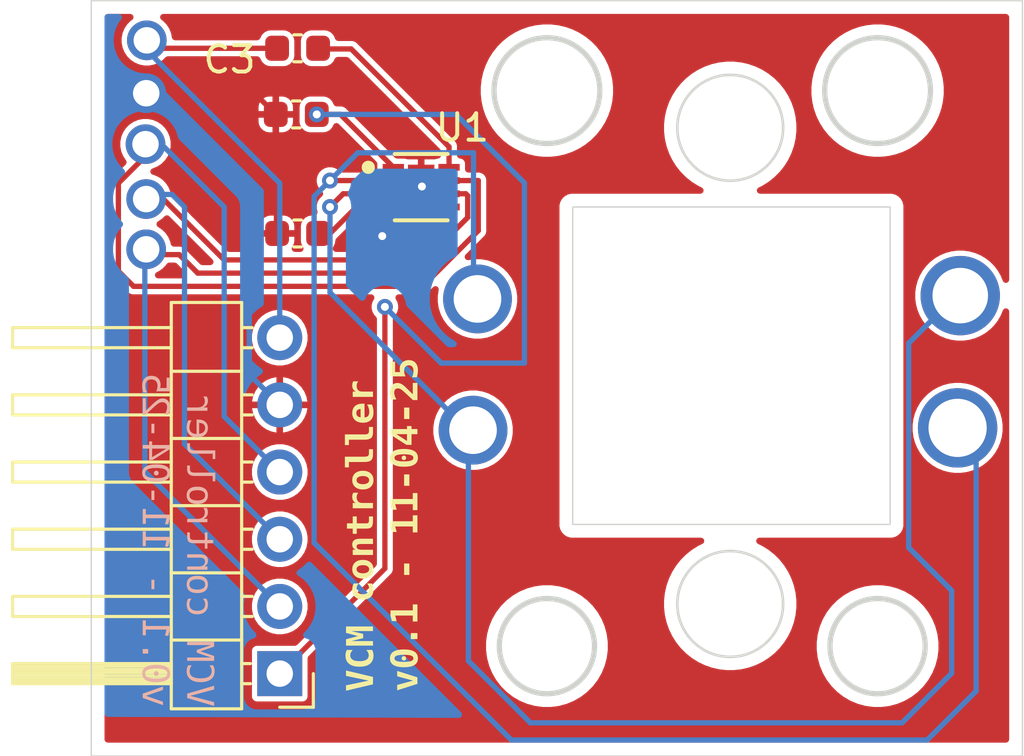
<source format=kicad_pcb>
(kicad_pcb (version 20241229) (generator "pcbnew") (generator_version "9.0")
  (layers (0 "F.Cu" signal) (2 "B.Cu" signal) (13 "F.Paste" user) (15 "B.Paste" user) (5 "F.SilkS" user "F.Silkscreen") (7 "B.SilkS" user "B.Silkscreen") (1 "F.Mask" user) (3 "B.Mask" user) (25 "Edge.Cuts" user))
  (net 0 "")
  (net 1 "Net-(U1-VM)")
  (net 2 "Net-(U1-VCC)")
  (net 3 "VCM -")
  (net 4 "+3.3V")
  (net 5 "Net-(U1-GND)")
  (net 6 "VCM +")
  (net 7 "PWM_EN")
  (net 8 "SLEEP")
  (net 9 "PWM_PH")
  (net 10 "GNDREF")
  (footprint "Capacitor_SMD:C_0603_1608Metric" (layer "F.Cu") (at 137.275 111.5 180)
    (property "Reference" "C4" (hide yes))
    (property "Value" "0.1 uF" (hide yes))
    (fp_line (start -0.14058 0.51) (end 0.14058 0.51) (stroke (width 0.12)) (layer "F.SilkS"))
    (fp_line (start -0.14058 -0.51) (end 0.14058 -0.51) (stroke (width 0.12)) (layer "F.SilkS"))
    (pad "1" smd roundrect (at -0.775 0 180) (size 0.9 0.95) (layers "F.Cu" "F.Mask" "F.Paste") (net 5 "Net-(U1-GND)"))
    (pad "2" smd roundrect (at 0.775 0 180) (size 0.9 0.95) (layers "F.Cu" "F.Mask" "F.Paste") (net 10 "GNDREF"))
  )
  (footprint "Capacitor_SMD:C_0603_1608Metric" (layer "F.Cu") (at 137.275 104.5)
    (property "Reference" "C3" (at -2.575 0.425 0) (layer "F.SilkS"))
    (property "Value" "0.1 uF" (hide yes))
    (fp_line (start -0.14058 -0.51) (end 0.14058 -0.51) (stroke (width 0.12)) (layer "F.SilkS"))
    (fp_line (start -0.14058 0.51) (end 0.14058 0.51) (stroke (width 0.12)) (layer "F.SilkS"))
    (pad "1" smd roundrect (at -0.775 0) (size 0.9 0.95) (layers "F.Cu" "F.Mask" "F.Paste") (net 4 "+3.3V"))
    (pad "2" smd roundrect (at 0.775 0) (size 0.9 0.95) (layers "F.Cu" "F.Mask" "F.Paste") (net 2 "Net-(U1-VCC)"))
  )
  (footprint "drv8210:DRV8210" (layer "F.Cu") (at 141.946967 109.749999)
    (property "Reference" "U1" (at 1.553033 -2.249999 0) (layer "F.SilkS"))
    (property "Value" "DRV8210DSGR")
    (fp_line (start -1.000001 -1.253401) (end 1.000001 -1.253401) (stroke (width 0.15)) (layer "F.SilkS"))
    (fp_line (start -1.000001 1.253401) (end 1.000001 1.253401) (stroke (width 0.15)) (layer "F.SilkS"))
    (fp_circle (center -2.000001 -0.750001) (end -1.875 -0.750001) (stroke (width 0.25)) (fill no) (layer "F.SilkS"))
    (pad "1" smd rect (at -1.053033 -0.749998) (size 0.806066 0.256842) (layers "F.Cu" "F.Mask" "F.Paste") (net 1 "Net-(U1-VM)"))
    (pad "2" smd rect (at -1.053033 -0.25) (size 0.806066 0.256842) (layers "F.Cu" "F.Mask" "F.Paste") (net 3 "VCM -"))
    (pad "3" smd rect (at -1.053033 0.25) (size 0.806066 0.256842) (layers "F.Cu" "F.Mask" "F.Paste") (net 6 "VCM +"))
    (pad "4" smd rect (at -1.053033 0.750001) (size 0.806066 0.256842) (layers "F.Cu" "F.Mask" "F.Paste") (net 5 "Net-(U1-GND)"))
    (pad "5" smd rect (at 1.053033 0.750001) (size 0.806066 0.256842) (layers "F.Cu" "F.Mask" "F.Paste") (net 7 "PWM_EN"))
    (pad "6" smd rect (at 1.053033 0.25) (size 0.806066 0.256842) (layers "F.Cu" "F.Mask" "F.Paste") (net 9 "PWM_PH"))
    (pad "7" smd rect (at 1.053033 -0.25) (size 0.806066 0.256842) (layers "F.Cu" "F.Mask" "F.Paste") (net 8 "SLEEP"))
    (pad "8" smd rect (at 1.053033 -0.749998) (size 0.806066 0.256842) (layers "F.Cu" "F.Mask" "F.Paste") (net 2 "Net-(U1-VCC)"))
    (pad "9" smd rect (at 0 0) (size 1 1.699999) (layers "F.Cu" "F.Mask") (net 10 "GNDREF"))
  )
  (footprint "Capacitor_SMD:C_0603_1608Metric" (layer "F.Cu") (at 137.225 107)
    (property "Reference" "C2" (hide yes))
    (property "Value" "0.1 uF" (hide yes))
    (fp_line (start -0.14058 -0.51) (end 0.14058 -0.51) (stroke (width 0.12)) (layer "F.SilkS"))
    (fp_line (start -0.14058 0.51) (end 0.14058 0.51) (stroke (width 0.12)) (layer "F.SilkS"))
    (pad "1" smd roundrect (at -0.775 0) (size 0.9 0.95) (layers "F.Cu" "F.Mask" "F.Paste") (net 10 "GNDREF"))
    (pad "2" smd roundrect (at 0.775 0) (size 0.9 0.95) (layers "F.Cu" "F.Mask" "F.Paste") (net 1 "Net-(U1-VM)"))
  )
  (footprint "Connector_PinHeader_2.54mm:PinHeader_1x06_P2.54mm_Horizontal" (layer "F.Cu") (at 136.6 128.14 180)
    (property "Reference" ".54mm_Haaks" (hide yes))
    (property "Value" "Header2.54mm_Haaks" (hide yes))
    (fp_line (start 10.1 13.08) (end 4.1 13.08) (stroke (width 0.12)) (layer "F.SilkS"))
    (fp_line (start 10.1 12.32) (end 10.1 13.08) (stroke (width 0.12)) (layer "F.SilkS"))
    (fp_line (start 10.1 10.54) (end 4.1 10.54) (stroke (width 0.12)) (layer "F.SilkS"))
    (fp_line (start 10.1 9.78) (end 10.1 10.54) (stroke (width 0.12)) (layer "F.SilkS"))
    (fp_line (start 10.1 8) (end 4.1 8) (stroke (width 0.12)) (layer "F.SilkS"))
    (fp_line (start 10.1 7.24) (end 10.1 8) (stroke (width 0.12)) (layer "F.SilkS"))
    (fp_line (start 10.1 5.46) (end 4.1 5.46) (stroke (width 0.12)) (layer "F.SilkS"))
    (fp_line (start 10.1 4.7) (end 10.1 5.46) (stroke (width 0.12)) (layer "F.SilkS"))
    (fp_line (start 10.1 2.92) (end 4.1 2.92) (stroke (width 0.12)) (layer "F.SilkS"))
    (fp_line (start 10.1 2.16) (end 10.1 2.92) (stroke (width 0.12)) (layer "F.SilkS"))
    (fp_line (start 10.1 0.38) (end 4.1 0.38) (stroke (width 0.12)) (layer "F.SilkS"))
    (fp_line (start 10.1 -0.38) (end 10.1 0.38) (stroke (width 0.12)) (layer "F.SilkS"))
    (fp_line (start 4.1 14.03) (end 4.1 -1.33) (stroke (width 0.12)) (layer "F.SilkS"))
    (fp_line (start 4.1 12.32) (end 10.1 12.32) (stroke (width 0.12)) (layer "F.SilkS"))
    (fp_line (start 4.1 9.78) (end 10.1 9.78) (stroke (width 0.12)) (layer "F.SilkS"))
    (fp_line (start 4.1 7.24) (end 10.1 7.24) (stroke (width 0.12)) (layer "F.SilkS"))
    (fp_line (start 4.1 4.7) (end 10.1 4.7) (stroke (width 0.12)) (layer "F.SilkS"))
    (fp_line (start 4.1 2.16) (end 10.1 2.16) (stroke (width 0.12)) (layer "F.SilkS"))
    (fp_line (start 4.1 0.28) (end 10.1 0.28) (stroke (width 0.12)) (layer "F.SilkS"))
    (fp_line (start 4.1 0.16) (end 10.1 0.16) (stroke (width 0.12)) (layer "F.SilkS"))
    (fp_line (start 4.1 0.04) (end 10.1 0.04) (stroke (width 0.12)) (layer "F.SilkS"))
    (fp_line (start 4.1 -0.08) (end 10.1 -0.08) (stroke (width 0.12)) (layer "F.SilkS"))
    (fp_line (start 4.1 -0.2) (end 10.1 -0.2) (stroke (width 0.12)) (layer "F.SilkS"))
    (fp_line (start 4.1 -0.32) (end 10.1 -0.32) (stroke (width 0.12)) (layer "F.SilkS"))
    (fp_line (start 4.1 -0.38) (end 10.1 -0.38) (stroke (width 0.12)) (layer "F.SilkS"))
    (fp_line (start 4.1 -1.33) (end 1.44 -1.33) (stroke (width 0.12)) (layer "F.SilkS"))
    (fp_line (start 1.44 14.03) (end 4.1 14.03) (stroke (width 0.12)) (layer "F.SilkS"))
    (fp_line (start 1.44 11.43) (end 4.1 11.43) (stroke (width 0.12)) (layer "F.SilkS"))
    (fp_line (start 1.44 8.89) (end 4.1 8.89) (stroke (width 0.12)) (layer "F.SilkS"))
    (fp_line (start 1.44 6.35) (end 4.1 6.35) (stroke (width 0.12)) (layer "F.SilkS"))
    (fp_line (start 1.44 3.81) (end 4.1 3.81) (stroke (width 0.12)) (layer "F.SilkS"))
    (fp_line (start 1.44 1.27) (end 4.1 1.27) (stroke (width 0.12)) (layer "F.SilkS"))
    (fp_line (start 1.44 -1.33) (end 1.44 14.03) (stroke (width 0.12)) (layer "F.SilkS"))
    (fp_line (start 1.11 0.38) (end 1.44 0.38) (stroke (width 0.12)) (layer "F.SilkS"))
    (fp_line (start 1.11 -0.38) (end 1.44 -0.38) (stroke (width 0.12)) (layer "F.SilkS"))
    (fp_line (start 1.042929 13.08) (end 1.44 13.08) (stroke (width 0.12)) (layer "F.SilkS"))
    (fp_line (start 1.042929 12.32) (end 1.44 12.32) (stroke (width 0.12)) (layer "F.SilkS"))
    (fp_line (start 1.042929 10.54) (end 1.44 10.54) (stroke (width 0.12)) (layer "F.SilkS"))
    (fp_line (start 1.042929 9.78) (end 1.44 9.78) (stroke (width 0.12)) (layer "F.SilkS"))
    (fp_line (start 1.042929 8) (end 1.44 8) (stroke (width 0.12)) (layer "F.SilkS"))
    (fp_line (start 1.042929 7.24) (end 1.44 7.24) (stroke (width 0.12)) (layer "F.SilkS"))
    (fp_line (start 1.042929 5.46) (end 1.44 5.46) (stroke (width 0.12)) (layer "F.SilkS"))
    (fp_line (start 1.042929 4.7) (end 1.44 4.7) (stroke (width 0.12)) (layer "F.SilkS"))
    (fp_line (start 1.042929 2.92) (end 1.44 2.92) (stroke (width 0.12)) (layer "F.SilkS"))
    (fp_line (start 1.042929 2.16) (end 1.44 2.16) (stroke (width 0.12)) (layer "F.SilkS"))
    (fp_line (start -1.27 0) (end -1.27 -1.27) (stroke (width 0.12)) (layer "F.SilkS"))
    (fp_line (start -1.27 -1.27) (end 0 -1.27) (stroke (width 0.12)) (layer "F.SilkS"))
    (pad "1" thru_hole rect (at 0 0 180) (size 1.7 1.7) (drill 1) (layers "*.Cu" "*.Mask") (net 1 "Net-(U1-VM)"))
    (pad "2" thru_hole oval (at 0 2.54 180) (size 1.7 1.7) (drill 1) (layers "*.Cu" "*.Mask") (net 9 "PWM_PH"))
    (pad "3" thru_hole oval (at 0 5.08 180) (size 1.7 1.7) (drill 1) (layers "*.Cu" "*.Mask") (net 7 "PWM_EN"))
    (pad "4" thru_hole oval (at 0 7.62 180) (size 1.7 1.7) (drill 1) (layers "*.Cu" "*.Mask") (net 8 "SLEEP"))
    (pad "5" thru_hole oval (at 0 10.16 180) (size 1.7 1.7) (drill 1) (layers "*.Cu" "*.Mask") (net 10 "GNDREF"))
    (pad "6" thru_hole oval (at 0 12.7 180) (size 1.7 1.7) (drill 1) (layers "*.Cu" "*.Mask") (net 4 "+3.3V"))
  )
  (gr_rect (start 129.475 102.7) (end 164.675 131.25) (stroke (width 0.05)) (fill no) (layer "Edge.Cuts"))
  (gr_circle (center 146.7 106.1) (end 148.7 106.1) (stroke (width 0.2)) (fill no) (layer "Edge.Cuts"))
  (gr_circle (center 159.2 106.1) (end 161.2 106.1) (stroke (width 0.2)) (fill no) (layer "Edge.Cuts"))
  (gr_circle (center 146.7 127.1) (end 146.7 128.9) (stroke (width 0.2)) (fill no) (layer "Edge.Cuts"))
  (gr_circle (center 159.2 127.1) (end 159.2 128.9) (stroke (width 0.2)) (fill no) (layer "Edge.Cuts"))
  (gr_circle (center 153.628791 107.505857) (end 153.628791 109.505857) (stroke (width 0.1)) (fill no) (layer "Edge.Cuts"))
  (gr_circle (center 153.628791 125.505857) (end 153.628791 127.505857) (stroke (width 0.1)) (fill no) (layer "Edge.Cuts"))
  (gr_rect (start 147.675 110.5) (end 159.675 122.5) (stroke (width 0.05)) (fill no) (layer "Edge.Cuts"))
  (gr_text "VCM controller \nv0.1 - 11-04-25" (at 141.975 128.825 90) (layer "F.SilkS") (effects (font (size 1 1) (thickness 0.2) (bold yes)) (justify left bottom)))
  (gr_text "VCM controller \nv0.1 - 11-04-25" (at 131.25 129.4 270) (layer "B.SilkS") (effects (font (size 1 1) (thickness 0.1)) (justify left bottom mirror)))
  (segment (start 138 107) (end 138.893933 107) (width 0.2) (layer "F.Cu") (net 1))
  (segment (start 136.6 128.14) (end 140.575 124.165) (width 0.2) (layer "F.Cu") (net 1))
  (segment (start 138.893933 107) (end 140.893934 109.000001) (width 0.2) (layer "F.Cu") (net 1))
  (segment (start 140.575 124.165) (end 140.575 114.275) (width 0.2) (layer "F.Cu") (net 1))
  (via (at 140.575 114.275) (size 0.6) (drill 0.3) (layers "F.Cu" "B.Cu") (net 1))
  (via (at 138 107) (size 0.6) (drill 0.3) (layers "F.Cu" "B.Cu") (net 1))
  (segment (start 145.85 109.591061) (end 143.258939 107) (width 0.2) (layer "B.Cu") (net 1))
  (segment (start 145.85 116.4) (end 145.85 109.591061) (width 0.2) (layer "B.Cu") (net 1))
  (segment (start 140.575 114.275) (end 142.7 116.4) (width 0.2) (layer "B.Cu") (net 1))
  (segment (start 143.258939 107) (end 138 107) (width 0.2) (layer "B.Cu") (net 1))
  (segment (start 142.7 116.4) (end 145.85 116.4) (width 0.2) (layer "B.Cu") (net 1))
  (segment (start 143 108.225) (end 143 109.000001) (width 0.2) (layer "F.Cu") (net 2))
  (segment (start 137.8 104.525) (end 139.3 104.525) (width 0.2) (layer "F.Cu") (net 2))
  (segment (start 137.775 104.5) (end 137.8 104.525) (width 0.2) (layer "F.Cu") (net 2))
  (segment (start 139.3 104.525) (end 143 108.225) (width 0.2) (layer "F.Cu") (net 2))
  (segment (start 141 109.5) (end 138.5 109.5) (width 0.2) (layer "F.Cu") (net 3))
  (segment (start 140.893934 109.499999) (end 140.999999 109.499999) (width 0.2) (layer "F.Cu") (net 3))
  (segment (start 140.999999 109.499999) (end 141 109.5) (width 0.2) (layer "F.Cu") (net 3))
  (via (at 144.075 113.975) (size 2.6) (drill 1.8) (layers "F.Cu" "B.Cu") (net 3))
  (via (at 138.5 109.5) (size 0.6) (drill 0.3) (layers "F.Cu" "B.Cu") (net 3))
  (via (at 162.225 118.85) (size 3) (drill 2.2) (layers "F.Cu" "B.Cu") (net 3))
  (segment (start 162.925 119.75) (end 162.925 128.8) (width 0.2) (layer "B.Cu") (net 3))
  (segment (start 143.925 108.45) (end 143.925 113.975) (width 0.2) (layer "B.Cu") (net 3))
  (segment (start 139.55 108.45) (end 143.925 108.45) (width 0.2) (layer "B.Cu") (net 3))
  (segment (start 137.899 123.193936) (end 137.899 110.101) (width 0.2) (layer "B.Cu") (net 3))
  (segment (start 162.05 118.875) (end 162.925 119.75) (width 0.2) (layer "B.Cu") (net 3))
  (segment (start 137.899 110.101) (end 138.5 109.5) (width 0.2) (layer "B.Cu") (net 3))
  (segment (start 138.5 109.5) (end 139.55 108.45) (width 0.2) (layer "B.Cu") (net 3))
  (segment (start 161.076 130.649) (end 145.354064 130.649) (width 0.2) (layer "B.Cu") (net 3))
  (segment (start 143.925 113.975) (end 143.9 114) (width 0.2) (layer "B.Cu") (net 3))
  (segment (start 162.925 128.8) (end 161.076 130.649) (width 0.2) (layer "B.Cu") (net 3))
  (segment (start 145.354064 130.649) (end 137.899 123.193936) (width 0.2) (layer "B.Cu") (net 3))
  (segment (start 136.225 104.5) (end 131.5 104.5) (width 0.2) (layer "F.Cu") (net 4))
  (via (at 131.575 104.2) (size 1.5) (drill 1) (layers "F.Cu" "B.Cu") (net 4))
  (segment (start 136.6 109.6) (end 131.5 104.5) (width 0.2) (layer "B.Cu") (net 4))
  (segment (start 136.6 115.44) (end 136.6 109.6) (width 0.2) (layer "B.Cu") (net 4))
  (segment (start 138.5 111.5) (end 139.5 110.5) (width 0.2) (layer "F.Cu") (net 5))
  (segment (start 139.5 110.5) (end 140.893934 110.5) (width 0.2) (layer "F.Cu") (net 5))
  (segment (start 138.05 111.5) (end 138.5 111.5) (width 0.2) (layer "F.Cu") (net 5))
  (segment (start 139.000001 109.999999) (end 138.5 110.5) (width 0.2) (layer "F.Cu") (net 6))
  (segment (start 140.893934 109.999999) (end 139.000001 109.999999) (width 0.2) (layer "F.Cu") (net 6))
  (via (at 138.5 110.5) (size 0.6) (drill 0.3) (layers "F.Cu" "B.Cu") (net 6))
  (via (at 143.907114 118.936986) (size 2.6) (drill 1.8) (layers "F.Cu" "B.Cu") (net 6))
  (via (at 162.325 113.85) (size 3) (drill 2.1) (layers "F.Cu" "B.Cu") (net 6))
  (segment (start 143.732114 127.657114) (end 146.074884 129.999884) (width 0.2) (layer "B.Cu") (net 6))
  (segment (start 143.732114 118.961986) (end 143.732114 127.657114) (width 0.2) (layer "B.Cu") (net 6))
  (segment (start 162 125) (end 160.375 123.375) (width 0.2) (layer "B.Cu") (net 6))
  (segment (start 162 128.125) (end 162 125) (width 0.2) (layer "B.Cu") (net 6))
  (segment (start 160.375 115.65) (end 162.15 113.875) (width 0.2) (layer "B.Cu") (net 6))
  (segment (start 160.375 123.375) (end 160.375 115.65) (width 0.2) (layer "B.Cu") (net 6))
  (segment (start 138.5 113.729872) (end 143.732114 118.961986) (width 0.2) (layer "B.Cu") (net 6))
  (segment (start 138.5 110.5) (end 138.5 113.729872) (width 0.2) (layer "B.Cu") (net 6))
  (segment (start 146.074884 129.999884) (end 160.125116 129.999884) (width 0.2) (layer "B.Cu") (net 6))
  (segment (start 160.125116 129.999884) (end 162 128.125) (width 0.2) (layer "B.Cu") (net 6))
  (segment (start 132.025 110.025) (end 134.5 112.5) (width 0.2) (layer "F.Cu") (net 7))
  (segment (start 134.5 112.5) (end 141 112.5) (width 0.2) (layer "F.Cu") (net 7))
  (segment (start 131.725 110.025) (end 132.025 110.025) (width 0.2) (layer "F.Cu") (net 7))
  (segment (start 141 112.5) (end 143 110.5) (width 0.2) (layer "F.Cu") (net 7))
  (segment (start 131.55 110.2) (end 131.725 110.025) (width 0.2) (layer "F.Cu") (net 7))
  (via (at 131.55 110.2) (size 1.5) (drill 1) (layers "F.Cu" "B.Cu") (net 7))
  (segment (start 131.725 110.025) (end 132.525 110.025) (width 0.2) (layer "B.Cu") (net 7))
  (segment (start 131.55 110.2) (end 131.725 110.025) (width 0.2) (layer "B.Cu") (net 7))
  (segment (start 133 119.46) (end 136.6 123.06) (width 0.2) (layer "B.Cu") (net 7))
  (segment (start 133 110.5) (end 133 119.46) (width 0.2) (layer "B.Cu") (net 7))
  (segment (start 132.525 110.025) (end 133 110.5) (width 0.2) (layer "B.Cu") (net 7))
  (segment (start 131.625 108.225) (end 131.625 108.475) (width 0.2) (layer "F.Cu") (net 8))
  (segment (start 131.525 108.125) (end 131.625 108.225) (width 0.2) (layer "F.Cu") (net 8))
  (segment (start 142 113.5) (end 144.105033 111.394967) (width 0.2) (layer "F.Cu") (net 8))
  (segment (start 144.105033 111.394967) (end 144.105033 109.5) (width 0.2) (layer "F.Cu") (net 8))
  (segment (start 130.5 112.925) (end 131.075 113.5) (width 0.2) (layer "F.Cu") (net 8))
  (segment (start 130.5 109.6) (end 130.5 112.925) (width 0.2) (layer "F.Cu") (net 8))
  (segment (start 144.105033 109.5) (end 143 109.499999) (width 0.2) (layer "F.Cu") (net 8))
  (segment (start 131.625 108.475) (end 130.5 109.6) (width 0.2) (layer "F.Cu") (net 8))
  (segment (start 131.075 113.5) (end 142 113.5) (width 0.2) (layer "F.Cu") (net 8))
  (via (at 131.525 108.125) (size 1.5) (drill 1) (layers "F.Cu" "B.Cu") (net 8))
  (segment (start 131.7 108.125) (end 131.825 108.25) (width 0.2) (layer "B.Cu") (net 8))
  (segment (start 131.825 108.25) (end 132.25 108.25) (width 0.2) (layer "B.Cu") (net 8))
  (segment (start 131.525 108.125) (end 131.7 108.125) (width 0.2) (layer "B.Cu") (net 8))
  (segment (start 134.5 110.5) (end 134.5 118.42) (width 0.2) (layer "B.Cu") (net 8))
  (segment (start 134.5 118.42) (end 136.6 120.52) (width 0.2) (layer "B.Cu") (net 8))
  (segment (start 132.25 108.25) (end 134.5 110.5) (width 0.2) (layer "B.Cu") (net 8))
  (segment (start 143.704033 110.897983) (end 141.602016 113) (width 0.2) (layer "F.Cu") (net 9))
  (segment (start 143.633453 109.999999) (end 143.704033 110.070579) (width 0.2) (layer "F.Cu") (net 9))
  (segment (start 141.602016 113) (end 133.5 113) (width 0.2) (layer "F.Cu") (net 9))
  (segment (start 131.725 112.1) (end 131.55 112.1) (width 0.2) (layer "F.Cu") (net 9))
  (segment (start 143 109.999999) (end 143.633453 109.999999) (width 0.2) (layer "F.Cu") (net 9))
  (segment (start 131.925 112.3) (end 131.725 112.1) (width 0.2) (layer "F.Cu") (net 9))
  (segment (start 143.704033 110.070579) (end 143.704033 110.897983) (width 0.2) (layer "F.Cu") (net 9))
  (segment (start 132.8 112.3) (end 131.925 112.3) (width 0.2) (layer "F.Cu") (net 9))
  (segment (start 133.5 113) (end 132.8 112.3) (width 0.2) (layer "F.Cu") (net 9))
  (via (at 131.55 112.1) (size 1.5) (drill 1) (layers "F.Cu" "B.Cu") (net 9))
  (segment (start 131.55 112.1) (end 131.55 112.375) (width 0.2) (layer "B.Cu") (net 9))
  (segment (start 131.5 120.5) (end 136.6 125.6) (width 0.2) (layer "B.Cu") (net 9))
  (segment (start 131.55 112.375) (end 131.5 112.425) (width 0.2) (layer "B.Cu") (net 9))
  (segment (start 131.5 112.425) (end 131.5 120.5) (width 0.2) (layer "B.Cu") (net 9))
  (segment (start 141.946967 109.749999) (end 141.950001 109.749999) (width 0.2) (layer "F.Cu") (net 10))
  (segment (start 132.299802 106.199198) (end 132.499 106) (width 0.2) (layer "F.Cu") (net 10))
  (segment (start 141.950001 109.749999) (end 141.975 109.725) (width 0.2) (layer "F.Cu") (net 10))
  (segment (start 132.274198 106.199198) (end 136.5 110.425) (width 0.2) (layer "F.Cu") (net 10))
  (segment (start 141.146965 111.6) (end 140.475 111.6) (width 0.2) (layer "F.Cu") (net 10))
  (segment (start 131.552283 106.199198) (end 132.274198 106.199198) (width 0.2) (layer "F.Cu") (net 10))
  (segment (start 132.499 106) (end 135.45 106) (width 0.2) (layer "F.Cu") (net 10))
  (segment (start 135.45 106) (end 136.45 107) (width 0.2) (layer "F.Cu") (net 10))
  (segment (start 141.946967 109.749999) (end 141.946967 110.799998) (width 0.2) (layer "F.Cu") (net 10))
  (segment (start 136.5 110.425) (end 136.5 111.5) (width 0.2) (layer "F.Cu") (net 10))
  (segment (start 141.946967 110.799998) (end 141.146965 111.6) (width 0.2) (layer "F.Cu") (net 10))
  (segment (start 131.552283 106.199198) (end 132.299802 106.199198) (width 0.2) (layer "F.Cu") (net 10))
  (via (at 141.975 109.725) (size 0.6) (drill 0.3) (layers "F.Cu" "B.Cu") (net 10))
  (via (at 140.475 111.6) (size 0.6) (drill 0.3) (layers "F.Cu" "B.Cu") (net 10))
  (via (at 131.552283 106.199198) (size 1.5) (drill 1) (layers "F.Cu" "B.Cu") (net 10))
  (segment (start 135.449 116.829) (end 136.6 117.98) (width 0.2) (layer "B.Cu") (net 10))
  (segment (start 132.125 106.775) (end 135.449 110.099) (width 0.2) (layer "B.Cu") (net 10))
  (segment (start 131.552283 106.199198) (end 132.125 106.771915) (width 0.2) (layer "B.Cu") (net 10))
  (segment (start 132.125 106.771915) (end 132.125 106.775) (width 0.2) (layer "B.Cu") (net 10))
  (segment (start 135.449 110.099) (end 135.449 116.829) (width 0.2) (layer "B.Cu") (net 10))
  (zone (net 10) (net_name "GNDREF") (layer "F.Cu") (name "fill") (connect_pads (clearance 0.2)) (min_thickness 0.25) (fill yes (thermal_gap 0.2) (thermal_bridge_width 0.25) (island_removal_mode 1) (island_area_min 10))
    (polygon (pts (xy 164.755208 131.225) (xy 129.856121 131.225) (xy 129.525 102.825) (xy 130.35 102.825) (xy 164.475 102.975)))
  )
  (zone (net 10) (net_name "GNDREF") (layer "B.Cu") (priority 1) (connect_pads (clearance 0.5)) (min_thickness 0.25) (fill yes (thermal_gap 0.5) (thermal_bridge_width 0.5))
    (polygon (pts (xy 129.775 104.475) (xy 129.875 129.775) (xy 164.75 129.875) (xy 164.575 130.05) (xy 164.575 103.75) (xy 163.775 102.95) (xy 129.6 102.95)))
  )
)
</source>
